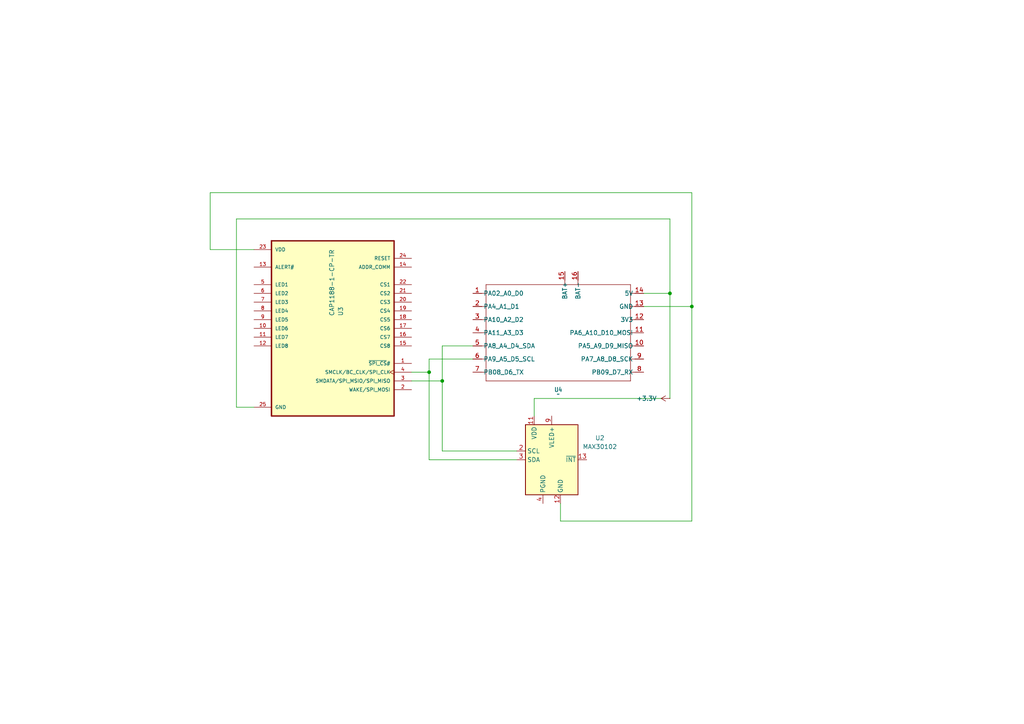
<source format=kicad_sch>
(kicad_sch (version 20231120) (generator "eeschema") (generator_version "8.0")
  (paper "A4")
  (lib_symbols
    (symbol "CAP1188-1-CP-TR:CAP1188-1-CP-TR" (pin_names (offset 1.016))
      (property "Reference" "U" (at -17.8046 26.422 0))
      (property "Value" "CAP1188-1-CP-TR" (at -17.866 -29.4938 0))
      (symbol "CAP1188-1-CP-TR_0_0"
        (rectangle (start -17.78 -25.4) (end 17.78 25.4) (stroke (width 0.41)) (fill (type background)))
        (pin input line (at -22.86 -10.16 0) (length 5.08) (name "~{SPI_CS}#") (number "1"))
        (pin output line (at 22.86 0 180) (length 5.08) (name "LED6") (number "10"))
        (pin output line (at 22.86 -2.54 180) (length 5.08) (name "LED7") (number "11"))
        (pin output line (at 22.86 -5.08 180) (length 5.08) (name "LED8") (number "12"))
        (pin output line (at 22.86 17.78 180) (length 5.08) (name "ALERT#") (number "13"))
        (pin input line (at -22.86 17.78 0) (length 5.08) (name "ADDR_COMM") (number "14"))
        (pin bidirectional line (at -22.86 -5.08 0) (length 5.08) (name "CS8") (number "15"))
        (pin bidirectional line (at -22.86 -2.54 0) (length 5.08) (name "CS7") (number "16"))
        (pin bidirectional line (at -22.86 0 0) (length 5.08) (name "CS6") (number "17"))
        (pin bidirectional line (at -22.86 2.54 0) (length 5.08) (name "CS5") (number "18"))
        (pin bidirectional line (at -22.86 5.08 0) (length 5.08) (name "CS4") (number "19"))
        (pin bidirectional line (at -22.86 -17.78 0) (length 5.08) (name "WAKE/SPI_MOSI") (number "2"))
        (pin bidirectional line (at -22.86 7.62 0) (length 5.08) (name "CS3") (number "20"))
        (pin bidirectional line (at -22.86 10.16 0) (length 5.08) (name "CS2") (number "21"))
        (pin bidirectional line (at -22.86 12.7 0) (length 5.08) (name "CS1") (number "22"))
        (pin power_in line (at 22.86 22.86 180) (length 5.08) (name "VDD") (number "23"))
        (pin input line (at -22.86 20.32 0) (length 5.08) (name "RESET") (number "24"))
        (pin power_in line (at 22.86 -22.86 180) (length 5.08) (name "GND") (number "25"))
        (pin bidirectional line (at -22.86 -15.24 0) (length 5.08) (name "SMDATA/SPI_MSIO/SPI_MISO") (number "3"))
        (pin input clock (at -22.86 -12.7 0) (length 5.08) (name "SMCLK/BC_CLK/SPI_CLK") (number "4"))
        (pin output line (at 22.86 12.7 180) (length 5.08) (name "LED1") (number "5"))
        (pin output line (at 22.86 10.16 180) (length 5.08) (name "LED2") (number "6"))
        (pin output line (at 22.86 7.62 180) (length 5.08) (name "LED3") (number "7"))
        (pin output line (at 22.86 5.08 180) (length 5.08) (name "LED4") (number "8"))
        (pin output line (at 22.86 2.54 180) (length 5.08) (name "LED5") (number "9"))
      )
    )
    (symbol "Seeed-Studio-XIAO-ESP32S3-footprint-eagle:MOUDLE-SEEEDUINO-XIAO-ESP32S3-SMD"
      (property "Reference" "U" (at -21.59 15.24 0))
      (symbol "MOUDLE-SEEEDUINO-XIAO-ESP32S3-SMD_1_0"
        (polyline (pts (xy -21.59 -13.97) (xy -21.59 0)) (stroke (width 0.1524)))
        (polyline (pts (xy -21.59 -11.43) (xy -22.86 -11.43)) (stroke (width 0.1524)))
        (polyline (pts (xy -21.59 -7.62) (xy -22.86 -7.62)) (stroke (width 0.1524)))
        (polyline (pts (xy -21.59 -3.81) (xy -22.86 -3.81)) (stroke (width 0.1524)))
        (polyline (pts (xy -21.59 0) (xy -22.86 0)) (stroke (width 0.1524)))
        (polyline (pts (xy -21.59 0) (xy -21.59 3.81)) (stroke (width 0.1524)))
        (polyline (pts (xy -21.59 3.81) (xy -22.86 3.81)) (stroke (width 0.1524)))
        (polyline (pts (xy -21.59 3.81) (xy -21.59 7.62)) (stroke (width 0.1524)))
        (polyline (pts (xy -21.59 7.62) (xy -22.86 7.62)) (stroke (width 0.1524)))
        (polyline (pts (xy -21.59 7.62) (xy -21.59 11.43)) (stroke (width 0.1524)))
        (polyline (pts (xy -21.59 11.43) (xy -22.86 11.43)) (stroke (width 0.1524)))
        (polyline (pts (xy -21.59 11.43) (xy -21.59 13.97)) (stroke (width 0.1524)))
        (polyline (pts (xy -21.59 13.97) (xy 1.27 13.97)) (stroke (width 0.1524)))
        (polyline (pts (xy 1.27 13.97) (xy 5.08 13.97)) (stroke (width 0.1524)))
        (polyline (pts (xy 1.27 15.24) (xy 1.27 13.97)) (stroke (width 0.1524)))
        (polyline (pts (xy 5.08 13.97) (xy 20.32 13.97)) (stroke (width 0.1524)))
        (polyline (pts (xy 5.08 15.24) (xy 5.08 13.97)) (stroke (width 0.1524)))
        (polyline (pts (xy 20.32 -13.97) (xy -21.59 -13.97)) (stroke (width 0.1524)))
        (polyline (pts (xy 20.32 3.81) (xy 20.32 -13.97)) (stroke (width 0.1524)))
        (polyline (pts (xy 20.32 7.62) (xy 20.32 3.81)) (stroke (width 0.1524)))
        (polyline (pts (xy 20.32 11.43) (xy 20.32 7.62)) (stroke (width 0.1524)))
        (polyline (pts (xy 20.32 13.97) (xy 20.32 11.43)) (stroke (width 0.1524)))
        (polyline (pts (xy 21.59 -11.43) (xy 20.32 -11.43)) (stroke (width 0.1524)))
        (polyline (pts (xy 21.59 -7.62) (xy 20.32 -7.62)) (stroke (width 0.1524)))
        (polyline (pts (xy 21.59 -3.81) (xy 20.32 -3.81)) (stroke (width 0.1524)))
        (polyline (pts (xy 21.59 0) (xy 20.32 0)) (stroke (width 0.1524)))
        (polyline (pts (xy 21.59 3.81) (xy 20.32 3.81)) (stroke (width 0.1524)))
        (polyline (pts (xy 21.59 7.62) (xy 20.32 7.62)) (stroke (width 0.1524)))
        (polyline (pts (xy 21.59 11.43) (xy 20.32 11.43)) (stroke (width 0.1524)))
        (pin bidirectional line (at -25.4 11.43 0) (length 2.54) (name "PA02_A0_D0") (number "1"))
        (pin bidirectional line (at 24.13 -3.81 180) (length 2.54) (name "PA5_A9_D9_MISO") (number "10"))
        (pin bidirectional line (at 24.13 0 180) (length 2.54) (name "PA6_A10_D10_MOSI") (number "11"))
        (pin bidirectional line (at 24.13 3.81 180) (length 2.54) (name "3V3") (number "12"))
        (pin bidirectional line (at 24.13 7.62 180) (length 2.54) (name "GND") (number "13"))
        (pin bidirectional line (at 24.13 11.43 180) (length 2.54) (name "5V") (number "14"))
        (pin bidirectional line (at 1.27 17.78 270) (length 2.54) (name "BAT+") (number "15"))
        (pin bidirectional line (at 5.08 17.78 270) (length 2.54) (name "BAT-") (number "16"))
        (pin bidirectional line (at -25.4 7.62 0) (length 2.54) (name "PA4_A1_D1") (number "2"))
        (pin bidirectional line (at -25.4 3.81 0) (length 2.54) (name "PA10_A2_D2") (number "3"))
        (pin bidirectional line (at -25.4 0 0) (length 2.54) (name "PA11_A3_D3") (number "4"))
        (pin bidirectional line (at -25.4 -3.81 0) (length 2.54) (name "PA8_A4_D4_SDA") (number "5"))
        (pin bidirectional line (at -25.4 -7.62 0) (length 2.54) (name "PA9_A5_D5_SCL") (number "6"))
        (pin bidirectional line (at -25.4 -11.43 0) (length 2.54) (name "PB08_D6_TX") (number "7"))
        (pin bidirectional line (at 24.13 -11.43 180) (length 2.54) (name "PB09_D7_RX") (number "8"))
        (pin bidirectional line (at 24.13 -7.62 180) (length 2.54) (name "PA7_A8_D8_SCK") (number "9"))
      )
    )
    (symbol "Sensor:MAX30102"
      (property "Reference" "U" (at 7.62 15.24 0))
      (property "Value" "MAX30102" (at 7.62 12.7 0))
      (symbol "MAX30102_0_1"
        (rectangle (start -7.62 10.16) (end 7.62 -10.16) (stroke (width 0.254)) (fill (type background)))
      )
      (symbol "MAX30102_1_1"
        (pin no_connect line (at -7.62 5.08 0) (length 2.54) hide (name "NC") (number "1"))
        (pin passive line (at 0 12.7 270) (length 2.54) hide (name "VLED+") (number "10"))
        (pin power_in line (at -5.08 12.7 270) (length 2.54) (name "VDD") (number "11"))
        (pin power_in line (at 2.54 -12.7 90) (length 2.54) (name "GND") (number "12"))
        (pin output line (at 10.16 0 180) (length 2.54) (name "~{INT}") (number "13"))
        (pin no_connect line (at 7.62 2.54 180) (length 2.54) hide (name "NC") (number "14"))
        (pin input line (at -10.16 2.54 0) (length 2.54) (name "SCL") (number "2"))
        (pin bidirectional line (at -10.16 0 0) (length 2.54) (name "SDA") (number "3"))
        (pin power_in line (at -2.54 -12.7 90) (length 2.54) (name "PGND") (number "4"))
        (pin no_connect line (at 7.62 -7.62 180) (length 2.54) hide (name "NC") (number "5"))
        (pin no_connect line (at 7.62 -5.08 180) (length 2.54) hide (name "NC") (number "6"))
        (pin no_connect line (at -7.62 -2.54 0) (length 2.54) hide (name "NC") (number "7"))
        (pin no_connect line (at 7.62 5.08 180) (length 2.54) hide (name "NC") (number "8"))
        (pin power_in line (at 0 12.7 270) (length 2.54) (name "VLED+") (number "9"))
      )
    )
    (symbol "power:+3.3V" (power) (pin_numbers hide) (pin_names (offset 0) hide)
      (property "Value" "+3.3V" (at 0 3.556 0))
      (symbol "+3.3V_0_1"
        (polyline (pts (xy -0.762 1.27) (xy 0 2.54)))
        (polyline (pts (xy 0 0) (xy 0 2.54)))
        (polyline (pts (xy 0 2.54) (xy 0.762 1.27)))
      )
      (symbol "+3.3V_1_1"
        (pin power_in line (at 0 0 90) (length 0) (name "~") (number "1"))
      )
    )
  )
  (junction (at 200.66 88.9))
  (junction (at 194.31 85.09))
  (junction (at 128.27 110.49))
  (junction (at 124.46 107.95))
  (wire (pts (xy 68.58 63.5) (xy 68.58 118.11)))
  (wire (pts (xy 128.27 130.81) (xy 149.86 130.81)))
  (wire (pts (xy 124.46 104.14) (xy 137.16 104.14)))
  (wire (pts (xy 191.77 115.57) (xy 154.94 115.57)))
  (wire (pts (xy 60.96 55.88) (xy 60.96 72.39)))
  (wire (pts (xy 200.66 151.13) (xy 162.56 151.13)))
  (wire (pts (xy 186.69 85.09) (xy 194.31 85.09)))
  (wire (pts (xy 124.46 107.95) (xy 124.46 133.35)))
  (wire (pts (xy 60.96 72.39) (xy 73.66 72.39)))
  (wire (pts (xy 128.27 110.49) (xy 128.27 130.81)))
  (wire (pts (xy 194.31 85.09) (xy 194.31 63.5)))
  (wire (pts (xy 200.66 55.88) (xy 60.96 55.88)))
  (wire (pts (xy 186.69 88.9) (xy 200.66 88.9)))
  (wire (pts (xy 124.46 133.35) (xy 149.86 133.35)))
  (wire (pts (xy 194.31 63.5) (xy 68.58 63.5)))
  (wire (pts (xy 128.27 100.33) (xy 128.27 110.49)))
  (wire (pts (xy 200.66 88.9) (xy 200.66 55.88)))
  (wire (pts (xy 119.38 107.95) (xy 124.46 107.95)))
  (wire (pts (xy 119.38 110.49) (xy 128.27 110.49)))
  (wire (pts (xy 200.66 88.9) (xy 200.66 151.13)))
  (wire (pts (xy 194.31 85.09) (xy 194.31 115.57)))
  (wire (pts (xy 154.94 115.57) (xy 154.94 120.65)))
  (wire (pts (xy 162.56 151.13) (xy 162.56 146.05)))
  (wire (pts (xy 124.46 104.14) (xy 124.46 107.95)))
  (wire (pts (xy 128.27 100.33) (xy 137.16 100.33)))
  (wire (pts (xy 68.58 118.11) (xy 73.66 118.11)))
  (symbol (lib_id "power:+3.3V") (at 194.31 115.57 90) (unit 1)
    (property "Reference" "#PWR01" (effects (hide yes)))
    (property "Value" "+3.3V" (at 190.5 115.5699 90) (effects (justify left)))
    (property "Description" "Power symbol creates a global label with name \"+3.3V\"" (effects (hide yes)))
  )
  (symbol (lib_id "CAP1188-1-CP-TR:CAP1188-1-CP-TR") (at 96.52 95.25 0) (mirror y) (unit 1)
    (property "Reference" "U3" (at 98.806 91.694 90) (effects (justify left)))
    (property "Value" "CAP1188-1-CP-TR" (at 96.266 91.694 90) (effects (justify left)))
    (property "Footprint" "CAP1188-1-CP-TR:QFN50P400X400X90-25N" (effects (hide yes)))
    (property "MF" "Microchip" (effects (hide yes)))
    (property "Description_1" "\n                        \n                            Eight Channel Capacitive Touch Sensor w/ 2 LED Drive24 VQFN 4x4x0.9mm T/R | Microchip Technology Inc. CAP1188-1-CP-TR\n                        \n" (effects (hide yes)))
    (property "PACKAGE" "QFN-24 Microchip" (effects (hide yes)))
    (property "Price" "None" (effects (hide yes)))
    (property "Package" "QFN-24 Microchip" (effects (hide yes)))
    (property "Check_prices" "https://www.snapeda.com/parts/CAP1188-1-CP-TR/Microchip/view-part/?ref=eda" (effects (hide yes)))
    (property "STANDARD" "IPC-7351B" (effects (hide yes)))
    (property "PARTREV" "02-09-15" (effects (hide yes)))
    (property "SnapEDA_Link" "https://www.snapeda.com/parts/CAP1188-1-CP-TR/Microchip/view-part/?ref=snap" (effects (hide yes)))
    (property "MP" "CAP1188-1-CP-TR" (effects (hide yes)))
    (property "PACKAGEID" "6898" (effects (hide yes)))
    (property "Availability" "In Stock" (effects (hide yes)))
    (property "MANUFACTURER" "Microchip" (effects (hide yes)))
  )
  (symbol (lib_id "Seeed-Studio-XIAO-ESP32S3-footprint-eagle:MOUDLE-SEEEDUINO-XIAO-ESP32S3-SMD") (at 162.56 96.52 0) (unit 1)
    (property "Reference" "U4" (at 161.925 113.03 0) (effects (font (size 1.27 1.0795))))
    (property "Value" "~" (at 161.925 114.3 0) (effects (font (size 1.27 1.0795))))
    (property "Footprint" "Seeed-Studio-XIAO-ESP32S3-footprint-eagle:MOUDLE14P-SMD-2.54-21X17.8MM" (effects (hide yes)))
  )
  (symbol (lib_id "Sensor:MAX30102") (at 160.02 133.35 0) (unit 1)
    (property "Reference" "U2" (at 173.99 127.0314 0))
    (property "Value" "MAX30102" (at 173.99 129.5714 0))
    (property "Footprint" "OptoDevice:Maxim_OLGA-14_3.3x5.6mm_P0.8mm" (effects (hide yes)))
    (property "Datasheet" "https://datasheets.maximintegrated.com/en/ds/MAX30102.pdf" (effects (hide yes)))
    (property "Description" "Heart Rate Sensor, 14-OLGA" (effects (hide yes)))
  )
)
</source>
